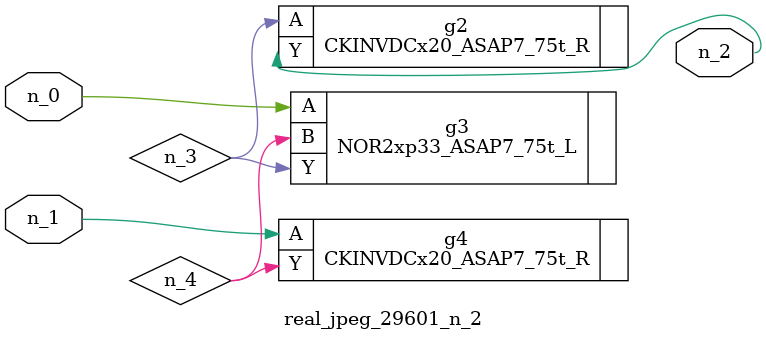
<source format=v>
module real_jpeg_29601_n_2 (n_1, n_0, n_2);

input n_1;
input n_0;

output n_2;

wire n_4;
wire n_3;

NOR2xp33_ASAP7_75t_L g3 ( 
.A(n_0),
.B(n_4),
.Y(n_3)
);

CKINVDCx20_ASAP7_75t_R g4 ( 
.A(n_1),
.Y(n_4)
);

CKINVDCx20_ASAP7_75t_R g2 ( 
.A(n_3),
.Y(n_2)
);


endmodule
</source>
